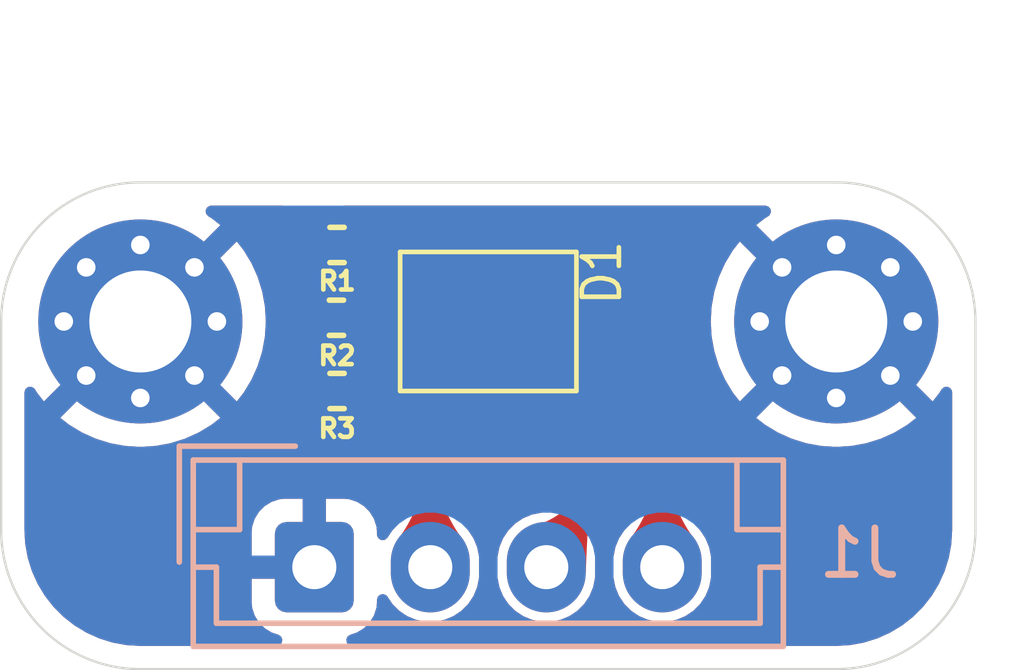
<source format=kicad_pcb>
(kicad_pcb (version 20240108) (generator "pcbnew") (generator_version "8.0")
  (layers (0 "F.Cu" signal) (31 "B.Cu" signal) (34 "B.Paste" user) (35 "F.Paste" user) (36 "B.SilkS" user "B.Silkscreen") (37 "F.SilkS" user "F.Silkscreen") (38 "B.Mask" user) (39 "F.Mask" user) (44 "Edge.Cuts" user))
  (net 0 "")
  (net 1 "Net-(D1-GK)")
  (net 2 "Net-(D1-RK)")
  (net 3 "+5V")
  (net 4 "Net-(D1-BK)")
  (net 5 "Net-(D1-RA)")
  (net 6 "Net-(D1-GA)")
  (net 7 "Net-(D1-BA)")
  (footprint "Resistor_SMD:R_0402_1005Metric" (layer "F.Cu") (at 49.2275 87.92 180)
    (property "Reference" "R2" (at -0.0125 -0.82 180) (layer "F.SilkS") (effects (font (size 0.4 0.4) (thickness 0.1))))
    (property "Value" "170")
    (fp_line (start -0.153641 0.38) (end 0.153641 0.38) (stroke (width 0.12)) (layer "F.SilkS"))
    (fp_line (start -0.153641 -0.38) (end 0.153641 -0.38) (stroke (width 0.12)) (layer "F.SilkS"))
    (pad "1" smd roundrect (at -0.51 0 180) (size 0.54 0.64) (layers "F.Cu" "F.Paste" "F.Mask") (net 6 "Net-(D1-GA)"))
    (pad "2" smd roundrect (at 0.51 0 180) (size 0.54 0.64) (layers "F.Cu" "F.Paste" "F.Mask") (net 3 "+5V"))
  )
  (footprint "MountingHole:MountingHole_2.2mm_M2_Pad_Via" (layer "F.Cu") (at 60 88 90)
    (property "Reference" "H3" (hide yes))
    (property "Value" "MountingHole_Pad")
    (pad "1" thru_hole circle (at -1.65 0 90) (size 0.7 0.7) (drill 0.4) (layers "*.Cu" "*.Mask") (net 3 "+5V"))
    (pad "1" thru_hole circle (at -1.166726 -1.166726 90) (size 0.7 0.7) (drill 0.4) (layers "*.Cu" "*.Mask") (net 3 "+5V"))
    (pad "1" thru_hole circle (at -1.166726 1.166726 90) (size 0.7 0.7) (drill 0.4) (layers "*.Cu" "*.Mask") (net 3 "+5V"))
    (pad "1" thru_hole circle (at 0 -1.65 90) (size 0.7 0.7) (drill 0.4) (layers "*.Cu" "*.Mask") (net 3 "+5V"))
    (pad "1" thru_hole circle (at 0 0 90) (size 4.4 4.4) (drill 2.2) (layers "*.Cu" "*.Mask") (net 3 "+5V"))
    (pad "1" thru_hole circle (at 0 1.65 90) (size 0.7 0.7) (drill 0.4) (layers "*.Cu" "*.Mask") (net 3 "+5V"))
    (pad "1" thru_hole circle (at 1.166726 -1.166726 90) (size 0.7 0.7) (drill 0.4) (layers "*.Cu" "*.Mask") (net 3 "+5V"))
    (pad "1" thru_hole circle (at 1.166726 1.166726 90) (size 0.7 0.7) (drill 0.4) (layers "*.Cu" "*.Mask") (net 3 "+5V"))
    (pad "1" thru_hole circle (at 1.65 0 90) (size 0.7 0.7) (drill 0.4) (layers "*.Cu" "*.Mask") (net 3 "+5V"))
  )
  (footprint "Resistor_SMD:R_0402_1005Metric" (layer "F.Cu") (at 49.24 86.35 180)
    (property "Reference" "R1" (at 0 -0.78 180) (layer "F.SilkS") (effects (font (size 0.4 0.4) (thickness 0.1))))
    (property "Value" "120")
    (fp_line (start -0.153641 0.38) (end 0.153641 0.38) (stroke (width 0.12)) (layer "F.SilkS"))
    (fp_line (start -0.153641 -0.38) (end 0.153641 -0.38) (stroke (width 0.12)) (layer "F.SilkS"))
    (pad "1" smd roundrect (at -0.51 0 180) (size 0.54 0.64) (layers "F.Cu" "F.Paste" "F.Mask") (net 5 "Net-(D1-RA)"))
    (pad "2" smd roundrect (at 0.51 0 180) (size 0.54 0.64) (layers "F.Cu" "F.Paste" "F.Mask") (net 3 "+5V"))
  )
  (footprint "MountingHole:MountingHole_2.2mm_M2_Pad_Via" (layer "F.Cu") (at 45 88 90)
    (property "Reference" "H4" (hide yes))
    (property "Value" "MountingHole_Pad")
    (pad "1" thru_hole circle (at -1.65 0 90) (size 0.7 0.7) (drill 0.4) (layers "*.Cu" "*.Mask") (net 3 "+5V"))
    (pad "1" thru_hole circle (at -1.166726 -1.166726 90) (size 0.7 0.7) (drill 0.4) (layers "*.Cu" "*.Mask") (net 3 "+5V"))
    (pad "1" thru_hole circle (at -1.166726 1.166726 90) (size 0.7 0.7) (drill 0.4) (layers "*.Cu" "*.Mask") (net 3 "+5V"))
    (pad "1" thru_hole circle (at 0 -1.65 90) (size 0.7 0.7) (drill 0.4) (layers "*.Cu" "*.Mask") (net 3 "+5V"))
    (pad "1" thru_hole circle (at 0 0 90) (size 4.4 4.4) (drill 2.2) (layers "*.Cu" "*.Mask") (net 3 "+5V"))
    (pad "1" thru_hole circle (at 0 1.65 90) (size 0.7 0.7) (drill 0.4) (layers "*.Cu" "*.Mask") (net 3 "+5V"))
    (pad "1" thru_hole circle (at 1.166726 -1.166726 90) (size 0.7 0.7) (drill 0.4) (layers "*.Cu" "*.Mask") (net 3 "+5V"))
    (pad "1" thru_hole circle (at 1.166726 1.166726 90) (size 0.7 0.7) (drill 0.4) (layers "*.Cu" "*.Mask") (net 3 "+5V"))
    (pad "1" thru_hole circle (at 1.65 0 90) (size 0.7 0.7) (drill 0.4) (layers "*.Cu" "*.Mask") (net 3 "+5V"))
  )
  (footprint "Resistor_SMD:R_0402_1005Metric" (layer "F.Cu") (at 49.24 89.5 180)
    (property "Reference" "R3" (at 0 -0.81 180) (layer "F.SilkS") (effects (font (size 0.4 0.4) (thickness 0.1))))
    (property "Value" "170")
    (fp_line (start -0.153641 0.38) (end 0.153641 0.38) (stroke (width 0.12)) (layer "F.SilkS"))
    (fp_line (start -0.153641 -0.38) (end 0.153641 -0.38) (stroke (width 0.12)) (layer "F.SilkS"))
    (pad "1" smd roundrect (at -0.51 0 180) (size 0.54 0.64) (layers "F.Cu" "F.Paste" "F.Mask") (net 7 "Net-(D1-BA)"))
    (pad "2" smd roundrect (at 0.51 0 180) (size 0.54 0.64) (layers "F.Cu" "F.Paste" "F.Mask") (net 3 "+5V"))
  )
  (footprint "LibLED:LED RGB" (layer "F.Cu") (at 52.5 88)
    (property "Reference" "D1" (at 2.45 -1.05 90) (layer "F.SilkS") (effects (font (size 0.8 0.7) (thickness 0.1))))
    (property "Value" "LED_RGB")
    (fp_line (start -1.9 -1.5) (end 1.9 -1.5) (stroke (width 0.1)) (layer "F.SilkS"))
    (fp_line (start -1.9 1.5) (end -1.9 -1.5) (stroke (width 0.1)) (layer "F.SilkS"))
    (fp_line (start 1.9 -1.5) (end 1.9 1.5) (stroke (width 0.1)) (layer "F.SilkS"))
    (fp_line (start 1.9 1.5) (end -1.9 1.5) (stroke (width 0.1)) (layer "F.SilkS"))
    (pad "1" smd roundrect (at -1.1 -0.9) (size 0.88 0.52) (layers "F.Cu" "F.Paste" "F.Mask") (net 5 "Net-(D1-RA)"))
    (pad "2" smd roundrect (at 1.13 -0.9) (size 0.88 0.52) (layers "F.Cu" "F.Paste" "F.Mask") (net 2 "Net-(D1-RK)"))
    (pad "3" smd roundrect (at -1.1 -0.015) (size 0.88 0.52) (layers "F.Cu" "F.Paste" "F.Mask") (net 6 "Net-(D1-GA)"))
    (pad "4" smd roundrect (at 1.13 -0.015) (size 0.88 0.52) (layers "F.Cu" "F.Paste" "F.Mask") (net 1 "Net-(D1-GK)"))
    (pad "5" smd roundrect (at -1.1 0.8705) (size 0.88 0.52) (layers "F.Cu" "F.Paste" "F.Mask") (net 7 "Net-(D1-BA)"))
    (pad "6" smd roundrect (at 1.13 0.8705) (size 0.88 0.52) (layers "F.Cu" "F.Paste" "F.Mask") (net 4 "Net-(D1-BK)"))
  )
  (footprint "Connector_JST:JST_EH_B4B-EH-A_1x04_P2.50mm_Vertical" (layer "B.Cu") (at 48.75 93.3)
    (property "Reference" "J1" (at 11.75 -0.3 0) (layer "B.SilkS") (effects (justify mirror)))
    (property "Value" "Conn_01x04")
    (fp_line (start -2.91 -2.61) (end -2.91 -0.11) (stroke (width 0.12)) (layer "B.SilkS"))
    (fp_line (start -2.61 -2.31) (end -2.61 1.71) (stroke (width 0.12)) (layer "B.SilkS"))
    (fp_line (start -2.61 1.71) (end 10.11 1.71) (stroke (width 0.12)) (layer "B.SilkS"))
    (fp_line (start -2.11 0) (end -2.61 0) (stroke (width 0.12)) (layer "B.SilkS"))
    (fp_line (start -2.11 1.21) (end -2.11 0) (stroke (width 0.12)) (layer "B.SilkS"))
    (fp_line (start -1.61 -2.31) (end -1.61 -0.81) (stroke (width 0.12)) (layer "B.SilkS"))
    (fp_line (start -1.61 -0.81) (end -2.61 -0.81) (stroke (width 0.12)) (layer "B.SilkS"))
    (fp_line (start -0.41 -2.61) (end -2.91 -2.61) (stroke (width 0.12)) (layer "B.SilkS"))
    (fp_line (start 9.11 -2.31) (end 9.11 -0.81) (stroke (width 0.12)) (layer "B.SilkS"))
    (fp_line (start 9.11 -0.81) (end 10.11 -0.81) (stroke (width 0.12)) (layer "B.SilkS"))
    (fp_line (start 9.61 0) (end 9.61 1.21) (stroke (width 0.12)) (layer "B.SilkS"))
    (fp_line (start 9.61 1.21) (end -2.11 1.21) (stroke (width 0.12)) (layer "B.SilkS"))
    (fp_line (start 10.11 -2.31) (end -2.61 -2.31) (stroke (width 0.12)) (layer "B.SilkS"))
    (fp_line (start 10.11 0) (end 9.61 0) (stroke (width 0.12)) (layer "B.SilkS"))
    (fp_line (start 10.11 1.71) (end 10.11 -2.31) (stroke (width 0.12)) (layer "B.SilkS"))
    (pad "1" thru_hole roundrect (at 0 0) (size 1.7 1.95) (drill 0.95) (layers "*.Cu" "*.Mask") (roundrect_rratio 0.1470588235) (net 3 "+5V"))
    (pad "2" thru_hole oval (at 2.5 0) (size 1.7 1.95) (drill 0.95) (layers "*.Cu" "*.Mask") (net 4 "Net-(D1-BK)"))
    (pad "3" thru_hole oval (at 5 0) (size 1.7 1.95) (drill 0.95) (layers "*.Cu" "*.Mask") (net 1 "Net-(D1-GK)"))
    (pad "4" thru_hole oval (at 7.5 0) (size 1.7 1.95) (drill 0.95) (layers "*.Cu" "*.Mask") (net 2 "Net-(D1-RK)"))
  )
  (gr_line (start 60 85) (end 45 85) (stroke (width 0.05)) (layer "Edge.Cuts"))
  (gr_arc (start 45 95.5) (mid 42.87868 94.62132) (end 42 92.5) (stroke (width 0.05)) (layer "Edge.Cuts"))
  (gr_arc (start 63 92.5) (mid 62.12132 94.62132) (end 60 95.5) (stroke (width 0.05)) (layer "Edge.Cuts"))
  (gr_line (start 42 92.5) (end 42 88) (stroke (width 0.05)) (layer "Edge.Cuts"))
  (gr_arc (start 60 85) (mid 62.12132 85.87868) (end 63 88) (stroke (width 0.05)) (layer "Edge.Cuts"))
  (gr_line (start 63 88) (end 63 92.5) (stroke (width 0.05)) (layer "Edge.Cuts"))
  (gr_line (start 60 95.5) (end 45 95.5) (stroke (width 0.05)) (layer "Edge.Cuts"))
  (gr_arc (start 42 88) (mid 42.87868 85.87868) (end 45 85) (stroke (width 0.05)) (layer "Edge.Cuts"))
  (segment (start 54.485 87.985) (end 53.63 87.985) (width 0.2) (layer "F.Cu") (net 1))
  (segment (start 55 88.5) (end 54.485 87.985) (width 0.2) (layer "F.Cu") (net 1))
  (segment (start 55 91.4) (end 55 88.5) (width 0.2) (layer "F.Cu") (net 1))
  (segment (start 53.75 93.3) (end 53.75 92.65) (width 0.2) (layer "F.Cu") (net 1))
  (segment (start 53.75 92.65) (end 55 91.4) (width 0.2) (layer "F.Cu") (net 1))
  (segment (start 56.25 88.55) (end 54.8 87.1) (width 0.2) (layer "F.Cu") (net 2))
  (segment (start 56.25 93.3) (end 56.25 88.55) (width 0.2) (layer "F.Cu") (net 2))
  (segment (start 54.8 87.1) (end 53.63 87.1) (width 0.2) (layer "F.Cu") (net 2))
  (segment (start 51.25 91.2505) (end 53.63 88.8705) (width 0.2) (layer "F.Cu") (net 4))
  (segment (start 51.25 93.3) (end 51.25 91.2505) (width 0.2) (layer "F.Cu") (net 4))
  (segment (start 50.5 87.1) (end 49.75 86.35) (width 0.2) (layer "F.Cu") (net 5))
  (segment (start 51.4 87.1) (end 50.5 87.1) (width 0.2) (layer "F.Cu") (net 5))
  (segment (start 49.7375 87.92) (end 51.335 87.92) (width 0.2) (layer "F.Cu") (net 6))
  (segment (start 51.335 87.92) (end 51.4 87.985) (width 0.2) (layer "F.Cu") (net 6))
  (segment (start 49.75 89.5) (end 50.7705 89.5) (width 0.2) (layer "F.Cu") (net 7))
  (segment (start 50.7705 89.5) (end 51.4 88.8705) (width 0.2) (layer "F.Cu") (net 7))
  (zone (net 3) (net_name "+5V") (layer "F.Cu") (priority 1) (connect_pads (clearance 0.2)) (min_thickness 0.25) (fill yes (thermal_gap 0.5) (thermal_bridge_width 0.5))
    (polygon (pts (xy 42 85) (xy 63 85) (xy 63 95.5) (xy 42 95.5)))
  )
  (zone (net 3) (net_name "+5V") (layer "B.Cu") (connect_pads (clearance 0.2)) (min_thickness 0.25) (fill yes (thermal_gap 0.5) (thermal_bridge_width 0.5))
    (polygon (pts (xy 42 85) (xy 63 85) (xy 63 95.5) (xy 42 95.5)))
  )
)
</source>
